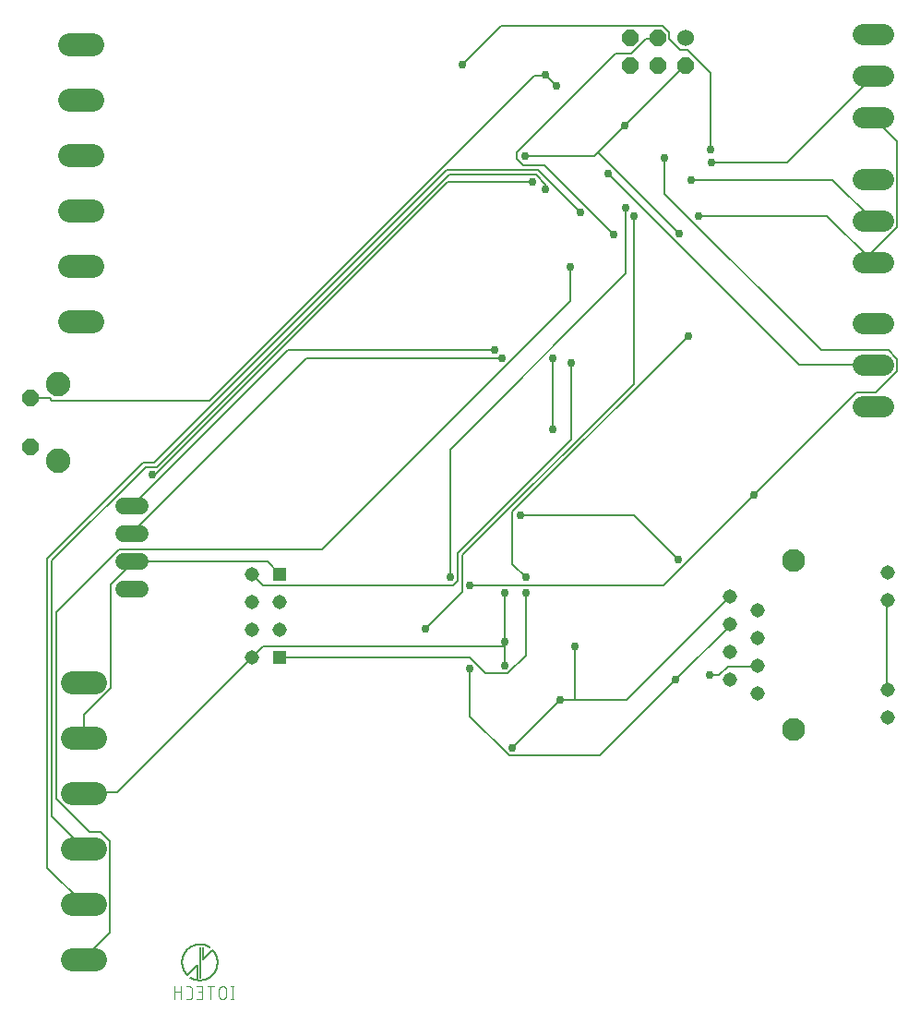
<source format=gbr>
G04 EAGLE Gerber RS-274X export*
G75*
%MOMM*%
%FSLAX34Y34*%
%LPD*%
%AMOC8*
5,1,8,0,0,1.08239X$1,22.5*%
G01*
%ADD10R,1.308000X1.308000*%
%ADD11C,1.308000*%
%ADD12C,2.095500*%
%ADD13C,2.100000*%
%ADD14C,1.524000*%
%ADD15C,1.524000*%
%ADD16P,1.649562X8X202.500000*%
%ADD17C,0.127000*%
%ADD18C,0.101600*%
%ADD19P,1.649562X8X292.500000*%
%ADD20C,2.247900*%
%ADD21C,1.905000*%
%ADD22C,0.203200*%
%ADD23C,0.756400*%


D10*
X251125Y418250D03*
X251125Y342050D03*
D11*
X251125Y392850D03*
X251125Y367450D03*
X225725Y367450D03*
X225725Y392850D03*
X225725Y418250D03*
X225725Y342050D03*
D12*
X78778Y904500D02*
X57823Y904500D01*
X57823Y853700D02*
X78778Y853700D01*
X78778Y650500D02*
X57823Y650500D01*
X57823Y802900D02*
X78778Y802900D01*
X78778Y752100D02*
X57823Y752100D01*
X57823Y701300D02*
X78778Y701300D01*
X81278Y319500D02*
X60323Y319500D01*
X60323Y268700D02*
X81278Y268700D01*
X81278Y65500D02*
X60323Y65500D01*
X60323Y217900D02*
X81278Y217900D01*
X81278Y167100D02*
X60323Y167100D01*
X60323Y116300D02*
X81278Y116300D01*
D13*
X722700Y275750D03*
X722700Y430650D03*
D11*
X808400Y419450D03*
X808400Y394050D03*
X808400Y312350D03*
X808400Y286950D03*
X664300Y397600D03*
X664300Y372200D03*
X664300Y346800D03*
X664300Y321400D03*
X689700Y385000D03*
X689700Y359600D03*
X689700Y334200D03*
X689700Y308800D03*
D14*
X122620Y404400D02*
X107380Y404400D01*
X107380Y429800D02*
X122620Y429800D01*
X122620Y455200D02*
X107380Y455200D01*
X107380Y480600D02*
X122620Y480600D01*
D15*
X622900Y910200D03*
D16*
X597500Y910200D03*
X572100Y910200D03*
X622900Y884800D03*
X597500Y884800D03*
X572100Y884800D03*
D17*
X177500Y76470D02*
X177500Y48530D01*
X174960Y48530D02*
X174960Y59960D01*
X166070Y51070D01*
X180040Y65040D02*
X188930Y73930D01*
X180040Y76470D02*
X180040Y65040D01*
X186390Y76471D02*
X186051Y76680D01*
X185707Y76881D01*
X185358Y77074D01*
X185005Y77258D01*
X184647Y77433D01*
X184285Y77600D01*
X183919Y77758D01*
X183549Y77907D01*
X183176Y78046D01*
X182799Y78177D01*
X182420Y78298D01*
X182037Y78411D01*
X181652Y78513D01*
X181265Y78607D01*
X180875Y78691D01*
X180484Y78765D01*
X180091Y78830D01*
X179696Y78885D01*
X179300Y78931D01*
X178903Y78967D01*
X178505Y78993D01*
X178107Y79010D01*
X177709Y79017D01*
X177310Y79014D01*
X176912Y79001D01*
X176514Y78979D01*
X176117Y78947D01*
X175720Y78906D01*
X175325Y78855D01*
X174931Y78794D01*
X174539Y78724D01*
X174149Y78644D01*
X173760Y78554D01*
X173374Y78455D01*
X172991Y78347D01*
X172610Y78230D01*
X172232Y78103D01*
X171857Y77967D01*
X171486Y77822D01*
X171118Y77668D01*
X170755Y77505D01*
X170395Y77333D01*
X170040Y77153D01*
X169689Y76964D01*
X169343Y76767D01*
X169001Y76561D01*
X168665Y76347D01*
X168335Y76124D01*
X168009Y75894D01*
X167690Y75656D01*
X167376Y75410D01*
X167068Y75157D01*
X166767Y74896D01*
X166472Y74628D01*
X166184Y74353D01*
X165902Y74071D01*
X165628Y73782D01*
X165360Y73486D01*
X165100Y73184D01*
X164847Y72876D01*
X164602Y72562D01*
X164365Y72242D01*
X164135Y71916D01*
X163914Y71585D01*
X163700Y71248D01*
X163495Y70907D01*
X163298Y70560D01*
X163110Y70209D01*
X162930Y69853D01*
X162759Y69493D01*
X162597Y69129D01*
X162444Y68761D01*
X162300Y68390D01*
X162165Y68015D01*
X162039Y67637D01*
X161922Y67256D01*
X161815Y66872D01*
X161717Y66485D01*
X161628Y66097D01*
X161549Y65706D01*
X161479Y65314D01*
X161420Y64920D01*
X161369Y64525D01*
X161328Y64128D01*
X161297Y63731D01*
X161276Y63333D01*
X161264Y62935D01*
X161262Y62536D01*
X161270Y62138D01*
X161288Y61739D01*
X161315Y61342D01*
X161352Y60945D01*
X161398Y60549D01*
X161454Y60155D01*
X161520Y59761D01*
X161595Y59370D01*
X161680Y58981D01*
X161774Y58593D01*
X161878Y58209D01*
X161991Y57826D01*
X162113Y57447D01*
X162244Y57071D01*
X162385Y56698D01*
X162535Y56329D01*
X162693Y55963D01*
X162861Y55601D01*
X163037Y55244D01*
X163222Y54891D01*
X163415Y54542D01*
X163617Y54199D01*
X163827Y53860D01*
X164045Y53527D01*
X164271Y53199D01*
X164506Y52876D01*
X164748Y52560D01*
X164997Y52249D01*
X165255Y51945D01*
X165519Y51646D01*
X165791Y51355D01*
X166070Y51070D01*
X168610Y48529D02*
X168949Y48320D01*
X169293Y48119D01*
X169642Y47926D01*
X169995Y47742D01*
X170353Y47567D01*
X170715Y47400D01*
X171081Y47242D01*
X171451Y47093D01*
X171824Y46954D01*
X172201Y46823D01*
X172580Y46702D01*
X172963Y46589D01*
X173348Y46487D01*
X173735Y46393D01*
X174125Y46309D01*
X174516Y46235D01*
X174909Y46170D01*
X175304Y46115D01*
X175700Y46069D01*
X176097Y46033D01*
X176495Y46007D01*
X176893Y45990D01*
X177291Y45983D01*
X177690Y45986D01*
X178088Y45999D01*
X178486Y46021D01*
X178883Y46053D01*
X179280Y46094D01*
X179675Y46145D01*
X180069Y46206D01*
X180461Y46276D01*
X180851Y46356D01*
X181240Y46446D01*
X181626Y46545D01*
X182009Y46653D01*
X182390Y46770D01*
X182768Y46897D01*
X183143Y47033D01*
X183514Y47178D01*
X183882Y47332D01*
X184245Y47495D01*
X184605Y47667D01*
X184960Y47847D01*
X185311Y48036D01*
X185657Y48233D01*
X185999Y48439D01*
X186335Y48653D01*
X186665Y48876D01*
X186991Y49106D01*
X187310Y49344D01*
X187624Y49590D01*
X187932Y49843D01*
X188233Y50104D01*
X188528Y50372D01*
X188816Y50647D01*
X189098Y50929D01*
X189372Y51218D01*
X189640Y51514D01*
X189900Y51816D01*
X190153Y52124D01*
X190398Y52438D01*
X190635Y52758D01*
X190865Y53084D01*
X191086Y53415D01*
X191300Y53752D01*
X191505Y54093D01*
X191702Y54440D01*
X191890Y54791D01*
X192070Y55147D01*
X192241Y55507D01*
X192403Y55871D01*
X192556Y56239D01*
X192700Y56610D01*
X192835Y56985D01*
X192961Y57363D01*
X193078Y57744D01*
X193185Y58128D01*
X193283Y58515D01*
X193372Y58903D01*
X193451Y59294D01*
X193521Y59686D01*
X193580Y60080D01*
X193631Y60475D01*
X193672Y60872D01*
X193703Y61269D01*
X193724Y61667D01*
X193736Y62065D01*
X193738Y62464D01*
X193730Y62862D01*
X193712Y63261D01*
X193685Y63658D01*
X193648Y64055D01*
X193602Y64451D01*
X193546Y64845D01*
X193480Y65239D01*
X193405Y65630D01*
X193320Y66019D01*
X193226Y66407D01*
X193122Y66791D01*
X193009Y67174D01*
X192887Y67553D01*
X192756Y67929D01*
X192615Y68302D01*
X192465Y68671D01*
X192307Y69037D01*
X192139Y69399D01*
X191963Y69756D01*
X191778Y70109D01*
X191585Y70458D01*
X191383Y70801D01*
X191173Y71140D01*
X190955Y71473D01*
X190729Y71801D01*
X190494Y72124D01*
X190252Y72440D01*
X190003Y72751D01*
X189745Y73055D01*
X189481Y73354D01*
X189209Y73645D01*
X188930Y73930D01*
D18*
X207444Y40402D02*
X207444Y28718D01*
X208742Y28718D02*
X206146Y28718D01*
X206146Y40402D02*
X208742Y40402D01*
X201545Y37156D02*
X201545Y31964D01*
X201546Y37156D02*
X201544Y37269D01*
X201538Y37382D01*
X201528Y37495D01*
X201514Y37608D01*
X201497Y37720D01*
X201475Y37831D01*
X201450Y37941D01*
X201420Y38051D01*
X201387Y38159D01*
X201350Y38266D01*
X201310Y38372D01*
X201265Y38476D01*
X201217Y38579D01*
X201166Y38680D01*
X201111Y38779D01*
X201053Y38876D01*
X200991Y38971D01*
X200926Y39064D01*
X200858Y39154D01*
X200787Y39242D01*
X200712Y39328D01*
X200635Y39411D01*
X200555Y39491D01*
X200472Y39568D01*
X200386Y39643D01*
X200298Y39714D01*
X200208Y39782D01*
X200115Y39847D01*
X200020Y39909D01*
X199923Y39967D01*
X199824Y40022D01*
X199723Y40073D01*
X199620Y40121D01*
X199516Y40166D01*
X199410Y40206D01*
X199303Y40243D01*
X199195Y40276D01*
X199085Y40306D01*
X198975Y40331D01*
X198864Y40353D01*
X198752Y40370D01*
X198639Y40384D01*
X198526Y40394D01*
X198413Y40400D01*
X198300Y40402D01*
X198187Y40400D01*
X198074Y40394D01*
X197961Y40384D01*
X197848Y40370D01*
X197736Y40353D01*
X197625Y40331D01*
X197515Y40306D01*
X197405Y40276D01*
X197297Y40243D01*
X197190Y40206D01*
X197084Y40166D01*
X196980Y40121D01*
X196877Y40073D01*
X196776Y40022D01*
X196677Y39967D01*
X196580Y39909D01*
X196485Y39847D01*
X196392Y39782D01*
X196302Y39714D01*
X196214Y39643D01*
X196128Y39568D01*
X196045Y39491D01*
X195965Y39411D01*
X195888Y39328D01*
X195813Y39242D01*
X195742Y39154D01*
X195674Y39064D01*
X195609Y38971D01*
X195547Y38876D01*
X195489Y38779D01*
X195434Y38680D01*
X195383Y38579D01*
X195335Y38476D01*
X195290Y38372D01*
X195250Y38266D01*
X195213Y38159D01*
X195180Y38051D01*
X195150Y37941D01*
X195125Y37831D01*
X195103Y37720D01*
X195086Y37608D01*
X195072Y37495D01*
X195062Y37382D01*
X195056Y37269D01*
X195054Y37156D01*
X195054Y31964D01*
X195056Y31851D01*
X195062Y31738D01*
X195072Y31625D01*
X195086Y31512D01*
X195103Y31400D01*
X195125Y31289D01*
X195150Y31179D01*
X195180Y31069D01*
X195213Y30961D01*
X195250Y30854D01*
X195290Y30748D01*
X195335Y30644D01*
X195383Y30541D01*
X195434Y30440D01*
X195489Y30341D01*
X195547Y30244D01*
X195609Y30149D01*
X195674Y30056D01*
X195742Y29966D01*
X195813Y29878D01*
X195888Y29792D01*
X195965Y29709D01*
X196045Y29629D01*
X196128Y29552D01*
X196214Y29477D01*
X196302Y29406D01*
X196392Y29338D01*
X196485Y29273D01*
X196580Y29211D01*
X196677Y29153D01*
X196776Y29098D01*
X196877Y29047D01*
X196980Y28999D01*
X197084Y28954D01*
X197190Y28914D01*
X197297Y28877D01*
X197405Y28844D01*
X197515Y28814D01*
X197625Y28789D01*
X197736Y28767D01*
X197848Y28750D01*
X197961Y28736D01*
X198074Y28726D01*
X198187Y28720D01*
X198300Y28718D01*
X198413Y28720D01*
X198526Y28726D01*
X198639Y28736D01*
X198752Y28750D01*
X198864Y28767D01*
X198975Y28789D01*
X199085Y28814D01*
X199195Y28844D01*
X199303Y28877D01*
X199410Y28914D01*
X199516Y28954D01*
X199620Y28999D01*
X199723Y29047D01*
X199824Y29098D01*
X199923Y29153D01*
X200020Y29211D01*
X200115Y29273D01*
X200208Y29338D01*
X200298Y29406D01*
X200386Y29477D01*
X200472Y29552D01*
X200555Y29629D01*
X200635Y29709D01*
X200712Y29792D01*
X200787Y29878D01*
X200858Y29966D01*
X200926Y30056D01*
X200991Y30149D01*
X201053Y30244D01*
X201111Y30341D01*
X201166Y30440D01*
X201217Y30541D01*
X201265Y30644D01*
X201310Y30748D01*
X201350Y30854D01*
X201387Y30961D01*
X201420Y31069D01*
X201450Y31179D01*
X201475Y31289D01*
X201497Y31400D01*
X201514Y31512D01*
X201528Y31625D01*
X201538Y31738D01*
X201544Y31851D01*
X201546Y31964D01*
X187632Y28718D02*
X187632Y40402D01*
X190877Y40402D02*
X184386Y40402D01*
X179806Y28718D02*
X174613Y28718D01*
X179806Y28718D02*
X179806Y40402D01*
X174613Y40402D01*
X175911Y35209D02*
X179806Y35209D01*
X167740Y28718D02*
X165144Y28718D01*
X167740Y28718D02*
X167839Y28720D01*
X167939Y28726D01*
X168038Y28735D01*
X168136Y28748D01*
X168234Y28765D01*
X168332Y28786D01*
X168428Y28811D01*
X168523Y28839D01*
X168617Y28871D01*
X168710Y28906D01*
X168802Y28945D01*
X168892Y28988D01*
X168980Y29033D01*
X169067Y29083D01*
X169151Y29135D01*
X169234Y29191D01*
X169314Y29249D01*
X169392Y29311D01*
X169467Y29376D01*
X169540Y29444D01*
X169610Y29514D01*
X169678Y29587D01*
X169743Y29662D01*
X169805Y29740D01*
X169863Y29820D01*
X169919Y29903D01*
X169971Y29987D01*
X170021Y30074D01*
X170066Y30162D01*
X170109Y30252D01*
X170148Y30344D01*
X170183Y30437D01*
X170215Y30531D01*
X170243Y30626D01*
X170268Y30722D01*
X170289Y30820D01*
X170306Y30918D01*
X170319Y31016D01*
X170328Y31115D01*
X170334Y31215D01*
X170336Y31314D01*
X170337Y31314D02*
X170337Y37806D01*
X170336Y37806D02*
X170334Y37905D01*
X170328Y38005D01*
X170319Y38104D01*
X170306Y38202D01*
X170289Y38300D01*
X170268Y38398D01*
X170243Y38494D01*
X170215Y38589D01*
X170183Y38683D01*
X170148Y38776D01*
X170109Y38868D01*
X170066Y38958D01*
X170021Y39046D01*
X169971Y39133D01*
X169919Y39217D01*
X169863Y39300D01*
X169805Y39380D01*
X169743Y39458D01*
X169678Y39533D01*
X169610Y39606D01*
X169540Y39676D01*
X169467Y39744D01*
X169392Y39809D01*
X169314Y39871D01*
X169234Y39929D01*
X169151Y39985D01*
X169067Y40037D01*
X168980Y40087D01*
X168892Y40132D01*
X168802Y40175D01*
X168710Y40214D01*
X168617Y40249D01*
X168523Y40281D01*
X168428Y40309D01*
X168332Y40334D01*
X168234Y40355D01*
X168136Y40372D01*
X168038Y40385D01*
X167939Y40394D01*
X167839Y40400D01*
X167740Y40402D01*
X165144Y40402D01*
X160397Y40402D02*
X160397Y28718D01*
X160397Y35209D02*
X153906Y35209D01*
X153906Y40402D02*
X153906Y28718D01*
D19*
X22554Y580106D03*
X22554Y534894D03*
D20*
X47446Y592552D03*
X47446Y522448D03*
D21*
X785475Y836900D02*
X804525Y836900D01*
X804525Y875000D02*
X785475Y875000D01*
X785475Y913100D02*
X804525Y913100D01*
X804525Y704400D02*
X785475Y704400D01*
X785475Y742500D02*
X804525Y742500D01*
X804525Y780600D02*
X785475Y780600D01*
X785475Y571900D02*
X804525Y571900D01*
X804525Y610000D02*
X785475Y610000D01*
X785475Y648100D02*
X804525Y648100D01*
D22*
X569439Y303089D02*
X521476Y303089D01*
X508209Y303089D01*
X569439Y303089D02*
X663325Y396975D01*
X664300Y397600D01*
X521476Y352073D02*
X521476Y303089D01*
X508209Y303089D02*
X464328Y259207D01*
X567398Y829667D02*
X622505Y884774D01*
X622900Y884800D01*
X539845Y802113D02*
X475553Y802113D01*
X542906Y805175D02*
X567398Y829667D01*
X542906Y805175D02*
X539845Y802113D01*
X542906Y805175D02*
X617403Y730678D01*
X808236Y393913D02*
X808236Y313294D01*
X808400Y312350D01*
X808236Y393913D02*
X808400Y394050D01*
X239818Y429631D02*
X115317Y429631D01*
X239818Y429631D02*
X251043Y418405D01*
X115317Y429631D02*
X115000Y429800D01*
X251043Y418405D02*
X251125Y418250D01*
X71435Y289822D02*
X71435Y269412D01*
X71435Y289822D02*
X95927Y314314D01*
X95927Y409221D01*
X115317Y428610D01*
X71435Y269412D02*
X70800Y268700D01*
X115317Y428610D02*
X115000Y429800D01*
D23*
X508209Y303089D03*
X521476Y352073D03*
X464328Y259207D03*
X567398Y829667D03*
X475553Y802113D03*
X617403Y730678D03*
D22*
X494943Y771498D02*
X494943Y775580D01*
X485758Y784765D01*
X406159Y784765D01*
X137768Y516373D01*
X127563Y516373D01*
X41841Y430651D01*
X41841Y195936D01*
X70415Y167362D01*
X70800Y167100D01*
D23*
X494943Y771498D03*
D22*
X501066Y616382D02*
X501066Y551070D01*
D23*
X501066Y616382D03*
X501066Y551070D03*
D22*
X518414Y541886D02*
X518414Y612300D01*
X518414Y541886D02*
X414323Y437795D01*
X414323Y412282D01*
X410241Y408200D01*
X235736Y408200D01*
X226551Y417385D01*
X225725Y418250D01*
D23*
X518414Y612300D03*
D22*
X625567Y636792D02*
X464328Y475553D01*
X464328Y427590D01*
X476574Y415344D01*
X476574Y401057D02*
X476574Y343909D01*
X460246Y327581D01*
X439836Y327581D01*
X425549Y341868D01*
X252064Y341868D01*
X251125Y342050D01*
D23*
X625567Y636792D03*
X476574Y415344D03*
X476574Y401057D03*
D22*
X727617Y610259D02*
X552091Y785785D01*
X727617Y610259D02*
X794970Y610259D01*
X795000Y610000D01*
D23*
X552091Y785785D03*
D22*
X685776Y490861D02*
X603116Y408200D01*
X425549Y408200D01*
X604136Y767416D02*
X604136Y800072D01*
X604136Y767416D02*
X748027Y623526D01*
X809257Y623526D01*
X817421Y615362D01*
X817421Y604136D01*
X798031Y584747D01*
X779662Y584747D01*
X685776Y490861D01*
D23*
X685776Y490861D03*
X425549Y408200D03*
X604136Y800072D03*
D22*
X568419Y754150D02*
X568419Y693940D01*
X407180Y532701D01*
X407180Y415344D01*
D23*
X568419Y754150D03*
X407180Y415344D03*
D22*
X575562Y592911D02*
X575562Y747006D01*
X575562Y592911D02*
X418405Y435754D01*
X418405Y402077D01*
X384729Y368401D01*
D23*
X575562Y747006D03*
X384729Y368401D03*
D22*
X645977Y807216D02*
X645977Y877630D01*
X624546Y899061D01*
X618423Y899061D01*
X608218Y909266D01*
X608218Y915389D01*
X602095Y921512D01*
X454123Y921512D01*
X418405Y885794D01*
D23*
X645977Y807216D03*
X418405Y885794D03*
D22*
X646997Y795990D02*
X716391Y795990D01*
X794970Y874569D01*
X795000Y875000D01*
D23*
X646997Y795990D03*
D22*
X628628Y779662D02*
X758232Y779662D01*
X794970Y742924D01*
X795000Y742500D01*
D23*
X628628Y779662D03*
D22*
X517394Y700063D02*
X517394Y668428D01*
X289822Y440856D01*
X103071Y440856D01*
X45923Y383708D01*
X45923Y212264D01*
X76538Y181649D01*
X86743Y181649D01*
X94907Y173485D01*
X94907Y89804D01*
X71435Y66333D01*
X70800Y65500D01*
D23*
X517394Y700063D03*
D22*
X526578Y750068D02*
X487799Y788847D01*
X404118Y788847D01*
X135727Y520455D01*
X125522Y520455D01*
X37759Y432692D01*
X37759Y148993D01*
X70415Y116337D01*
X70800Y116300D01*
D23*
X526578Y750068D03*
D22*
X634751Y747006D02*
X753129Y747006D01*
X794970Y705166D01*
X795000Y704400D01*
X790888Y710268D02*
X817421Y736801D01*
X817421Y815380D01*
X795990Y836810D01*
X790888Y710268D02*
X795000Y704400D01*
X795990Y836810D02*
X795000Y836900D01*
X457184Y356155D02*
X457184Y352073D01*
X457184Y334724D01*
X457184Y356155D02*
X457184Y401057D01*
X102050Y218387D02*
X71435Y218387D01*
X102050Y218387D02*
X225531Y341868D01*
X71435Y218387D02*
X70800Y217900D01*
X225531Y341868D02*
X225725Y342050D01*
X235736Y352073D02*
X457184Y352073D01*
X235736Y352073D02*
X226551Y342888D01*
X225725Y342050D01*
D23*
X634751Y747006D03*
X457184Y334724D03*
X457184Y356155D03*
X457184Y401057D03*
D22*
X471471Y472492D02*
X575562Y472492D01*
X616382Y431672D01*
D23*
X471471Y472492D03*
X616382Y431672D03*
D22*
X664346Y371462D02*
X614341Y321458D01*
X664346Y371462D02*
X664300Y372200D01*
X425549Y331663D02*
X425549Y287781D01*
X461266Y252064D01*
X544947Y252064D01*
X614341Y321458D01*
D23*
X614341Y321458D03*
X425549Y331663D03*
D22*
X644956Y325540D02*
X654141Y325540D01*
X662305Y333704D01*
X688838Y333704D01*
X689700Y334200D01*
D23*
X644956Y325540D03*
D22*
X505148Y866405D02*
X494943Y876610D01*
X39800Y579644D02*
X23472Y579644D01*
X39800Y579644D02*
X41841Y577603D01*
X186752Y577603D01*
X484738Y875589D01*
X494943Y875589D01*
X23472Y579644D02*
X22554Y580106D01*
X494943Y875589D02*
X494943Y876610D01*
D23*
X494943Y876610D03*
X505148Y866405D03*
D22*
X455143Y616382D02*
X275535Y616382D01*
X115317Y456164D01*
X115000Y455200D01*
D23*
X455143Y616382D03*
D22*
X586788Y909266D02*
X596993Y909266D01*
X586788Y909266D02*
X573521Y895999D01*
X559234Y895999D01*
X468410Y805175D01*
X468410Y799052D01*
X474533Y792929D01*
X493922Y792929D01*
X557193Y729658D01*
X596993Y909266D02*
X597500Y910200D01*
D23*
X557193Y729658D03*
D22*
X482697Y777621D02*
X405139Y777621D01*
X136747Y509230D01*
X133686Y509230D01*
D23*
X482697Y777621D03*
X133686Y509230D03*
D22*
X258187Y623526D02*
X448000Y623526D01*
X258187Y623526D02*
X115317Y480656D01*
X115000Y480600D01*
D23*
X448000Y623526D03*
M02*

</source>
